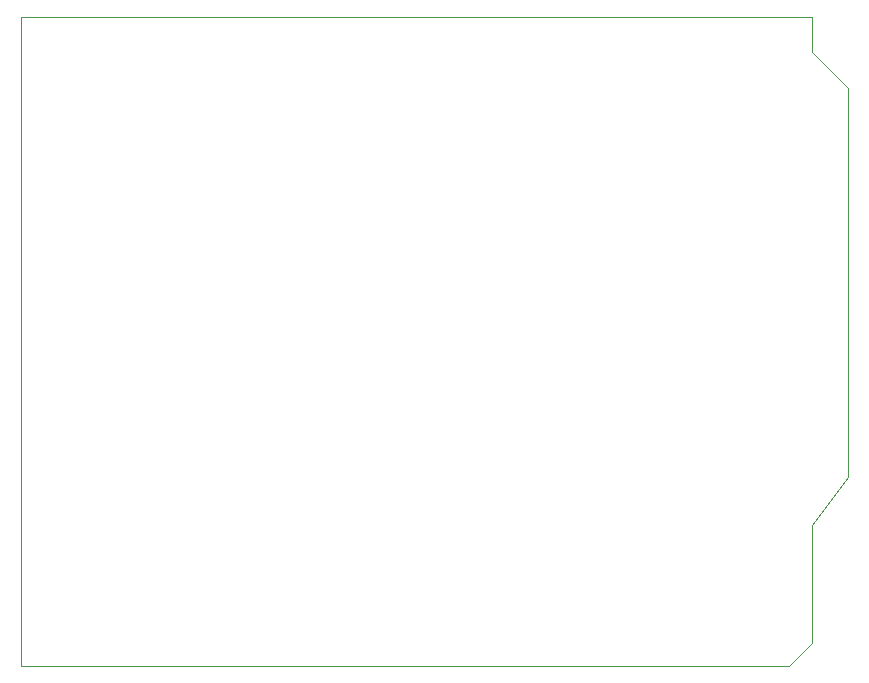
<source format=gbr>
%TF.GenerationSoftware,KiCad,Pcbnew,8.0.2*%
%TF.CreationDate,2024-05-08T09:28:24+01:00*%
%TF.ProjectId,FARESHARE KICAD,46415245-5348-4415-9245-204b49434144,V 1.0*%
%TF.SameCoordinates,Original*%
%TF.FileFunction,Profile,NP*%
%FSLAX46Y46*%
G04 Gerber Fmt 4.6, Leading zero omitted, Abs format (unit mm)*
G04 Created by KiCad (PCBNEW 8.0.2) date 2024-05-08 09:28:24*
%MOMM*%
%LPD*%
G01*
G04 APERTURE LIST*
%TA.AperFunction,Profile*%
%ADD10C,0.050000*%
%TD*%
G04 APERTURE END LIST*
D10*
X81000000Y-48000000D02*
X81000000Y-103000000D01*
X148000000Y-48000000D02*
X81000000Y-48000000D01*
X148000000Y-51000000D02*
X148000000Y-48000000D01*
X146000000Y-103000000D02*
X81000000Y-103000000D01*
X148000000Y-101000000D02*
X146000000Y-103000000D01*
X148000000Y-91000000D02*
X148000000Y-101000000D01*
X151000000Y-87000000D02*
X148000000Y-91000000D01*
X151000000Y-54000000D02*
X151000000Y-87000000D01*
X148000000Y-51000000D02*
X151000000Y-54000000D01*
M02*

</source>
